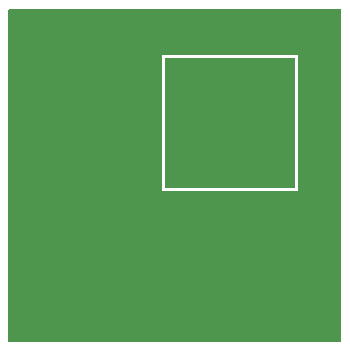
<source format=gtl>
%FSLAX25Y25*%
%MOIN*%
G70*
G01*
G75*
G04 Layer_Physical_Order=1*
G04 Layer_Color=255*
%ADD10R,0.43307X0.43307*%
G04:AMPARAMS|DCode=11|XSize=59.06mil|YSize=59.06mil|CornerRadius=14.76mil|HoleSize=0mil|Usage=FLASHONLY|Rotation=270.000|XOffset=0mil|YOffset=0mil|HoleType=Round|Shape=RoundedRectangle|*
%AMROUNDEDRECTD11*
21,1,0.05906,0.02953,0,0,270.0*
21,1,0.02953,0.05906,0,0,270.0*
1,1,0.02953,-0.01476,-0.01476*
1,1,0.02953,-0.01476,0.01476*
1,1,0.02953,0.01476,0.01476*
1,1,0.02953,0.01476,-0.01476*
%
%ADD11ROUNDEDRECTD11*%
G36*
X111024Y354D02*
X110670Y0D01*
X0D01*
X-0Y110670D01*
X353Y111024D01*
X111024D01*
X111024Y354D01*
D02*
G37*
%LPC*%
G36*
X96669Y95488D02*
X51362D01*
Y50181D01*
X96669D01*
Y95488D01*
D02*
G37*
%LPD*%
D10*
X74016Y72835D02*
D03*
D11*
X42913Y100984D02*
D03*
X105118D02*
D03*
Y40945D02*
D03*
M02*

</source>
